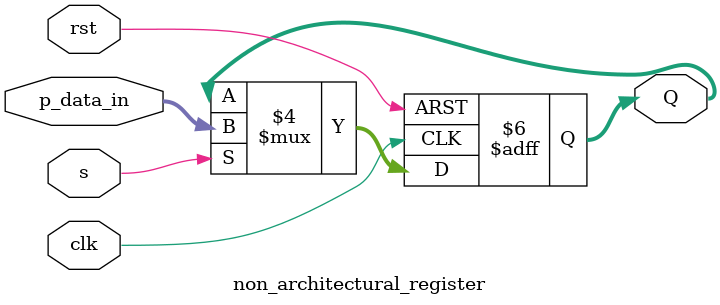
<source format=v>
module non_architectural_register ( input clk,rst, input [31:0] p_data_in, input s,

output  reg [31:0] Q);

always @(posedge clk,negedge rst)      
    if (~rst) Q=32'b 0000;
  else
	begin
		if(s) Q<=p_data_in;
		else Q <= Q;
	end
endmodule

</source>
